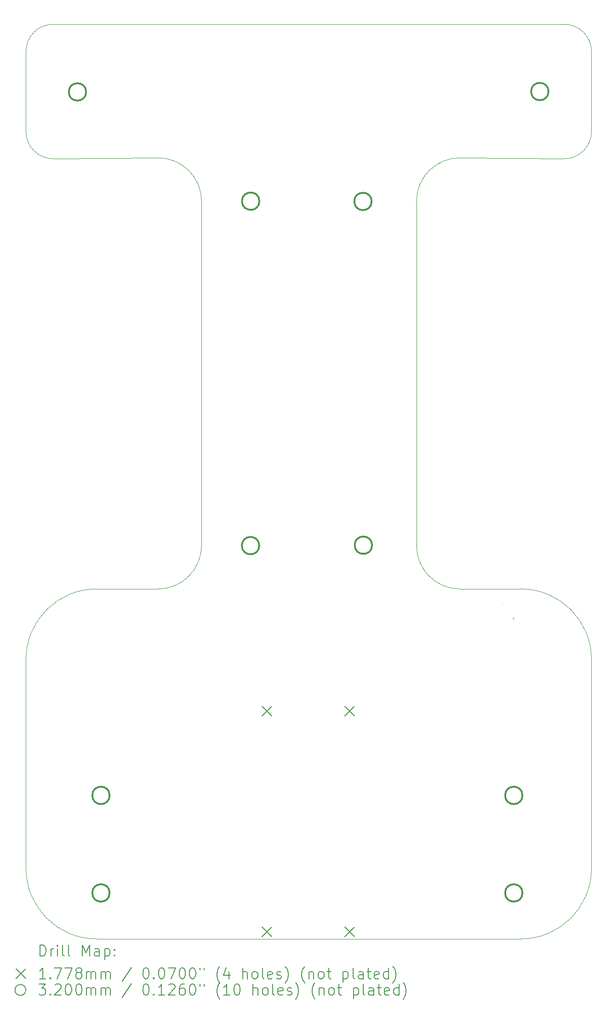
<source format=gbr>
%TF.GenerationSoftware,KiCad,Pcbnew,7.0.7*%
%TF.CreationDate,2024-02-04T10:16:06+08:00*%
%TF.ProjectId,lekirbot,6c656b69-7262-46f7-942e-6b696361645f,rev?*%
%TF.SameCoordinates,Original*%
%TF.FileFunction,Drillmap*%
%TF.FilePolarity,Positive*%
%FSLAX45Y45*%
G04 Gerber Fmt 4.5, Leading zero omitted, Abs format (unit mm)*
G04 Created by KiCad (PCBNEW 7.0.7) date 2024-02-04 10:16:06*
%MOMM*%
%LPD*%
G01*
G04 APERTURE LIST*
%ADD10C,0.050000*%
%ADD11C,0.200000*%
%ADD12C,0.177800*%
%ADD13C,0.320000*%
G04 APERTURE END LIST*
D10*
X6477036Y-5137404D02*
G75*
G03*
X5670344Y-4337432I-799996J4D01*
G01*
X5677040Y-12275800D02*
X4543620Y-12275800D01*
X13657580Y-13575800D02*
X13657580Y-17419800D01*
X3243620Y-17419800D02*
G75*
G03*
X4543620Y-18719800I1300000J0D01*
G01*
X12235220Y-12824440D02*
G75*
G03*
X12235220Y-12824440I-12700J0D01*
G01*
X3743580Y-1879600D02*
X13157580Y-1879600D01*
X12357580Y-18719800D02*
X4543620Y-18719800D01*
X13657580Y-2379600D02*
G75*
G03*
X13157580Y-1879600I-500000J0D01*
G01*
X3743580Y-1879600D02*
G75*
G03*
X3243580Y-2379600I0J-500000D01*
G01*
X13657580Y-13575800D02*
G75*
G03*
X12357580Y-12275800I-1300000J0D01*
G01*
X10434360Y-11475800D02*
X10434360Y-5137430D01*
X4543620Y-12275800D02*
G75*
G03*
X3243620Y-13575800I0J-1300000D01*
G01*
X12357580Y-18719800D02*
G75*
G03*
X13657580Y-17419800I0J1300000D01*
G01*
X10434360Y-11475800D02*
G75*
G03*
X11234360Y-12275800I800000J0D01*
G01*
X13657580Y-2379600D02*
X13657580Y-3853560D01*
X3243580Y-3853560D02*
X3243580Y-2379600D01*
X12019320Y-12560280D02*
G75*
G03*
X12019320Y-12560280I0J0D01*
G01*
X3743580Y-4353560D02*
X5670344Y-4337432D01*
X11241081Y-4337458D02*
G75*
G03*
X10434360Y-5137430I-6721J-799972D01*
G01*
X5677040Y-12275800D02*
G75*
G03*
X6477040Y-11475800I0J800000D01*
G01*
X11241081Y-4337458D02*
X13157580Y-4353560D01*
X6477040Y-11475800D02*
X6477040Y-5137404D01*
X13157580Y-4353560D02*
G75*
G03*
X13657580Y-3853560I0J500000D01*
G01*
X3243580Y-3853560D02*
G75*
G03*
X3743580Y-4353560I500000J0D01*
G01*
X12357580Y-12275800D02*
X11234360Y-12275800D01*
X3243620Y-17419800D02*
X3243620Y-13575800D01*
D11*
D12*
X7592100Y-14439900D02*
X7769900Y-14617700D01*
X7769900Y-14439900D02*
X7592100Y-14617700D01*
X7592100Y-18503900D02*
X7769900Y-18681700D01*
X7769900Y-18503900D02*
X7592100Y-18681700D01*
X9116100Y-14439900D02*
X9293900Y-14617700D01*
X9293900Y-14439900D02*
X9116100Y-14617700D01*
X9116100Y-18503900D02*
X9293900Y-18681700D01*
X9293900Y-18503900D02*
X9116100Y-18681700D01*
D13*
X4351040Y-3124180D02*
G75*
G03*
X4351040Y-3124180I-160000J0D01*
G01*
X4784070Y-16077680D02*
G75*
G03*
X4784070Y-16077680I-160000J0D01*
G01*
X4784070Y-17873460D02*
G75*
G03*
X4784070Y-17873460I-160000J0D01*
G01*
X7538740Y-11478240D02*
G75*
G03*
X7538740Y-11478240I-160000J0D01*
G01*
X7541280Y-5135860D02*
G75*
G03*
X7541280Y-5135860I-160000J0D01*
G01*
X9608840Y-5140940D02*
G75*
G03*
X9608840Y-5140940I-160000J0D01*
G01*
X9616460Y-11470620D02*
G75*
G03*
X9616460Y-11470620I-160000J0D01*
G01*
X12386290Y-16077680D02*
G75*
G03*
X12386290Y-16077680I-160000J0D01*
G01*
X12386290Y-17873460D02*
G75*
G03*
X12386290Y-17873460I-160000J0D01*
G01*
X12865120Y-3116560D02*
G75*
G03*
X12865120Y-3116560I-160000J0D01*
G01*
D11*
X3501857Y-19033784D02*
X3501857Y-18833784D01*
X3501857Y-18833784D02*
X3549476Y-18833784D01*
X3549476Y-18833784D02*
X3578047Y-18843308D01*
X3578047Y-18843308D02*
X3597095Y-18862355D01*
X3597095Y-18862355D02*
X3606619Y-18881403D01*
X3606619Y-18881403D02*
X3616142Y-18919498D01*
X3616142Y-18919498D02*
X3616142Y-18948070D01*
X3616142Y-18948070D02*
X3606619Y-18986165D01*
X3606619Y-18986165D02*
X3597095Y-19005212D01*
X3597095Y-19005212D02*
X3578047Y-19024260D01*
X3578047Y-19024260D02*
X3549476Y-19033784D01*
X3549476Y-19033784D02*
X3501857Y-19033784D01*
X3701857Y-19033784D02*
X3701857Y-18900450D01*
X3701857Y-18938546D02*
X3711381Y-18919498D01*
X3711381Y-18919498D02*
X3720904Y-18909974D01*
X3720904Y-18909974D02*
X3739952Y-18900450D01*
X3739952Y-18900450D02*
X3759000Y-18900450D01*
X3825666Y-19033784D02*
X3825666Y-18900450D01*
X3825666Y-18833784D02*
X3816142Y-18843308D01*
X3816142Y-18843308D02*
X3825666Y-18852831D01*
X3825666Y-18852831D02*
X3835190Y-18843308D01*
X3835190Y-18843308D02*
X3825666Y-18833784D01*
X3825666Y-18833784D02*
X3825666Y-18852831D01*
X3949476Y-19033784D02*
X3930428Y-19024260D01*
X3930428Y-19024260D02*
X3920904Y-19005212D01*
X3920904Y-19005212D02*
X3920904Y-18833784D01*
X4054238Y-19033784D02*
X4035190Y-19024260D01*
X4035190Y-19024260D02*
X4025666Y-19005212D01*
X4025666Y-19005212D02*
X4025666Y-18833784D01*
X4282809Y-19033784D02*
X4282809Y-18833784D01*
X4282809Y-18833784D02*
X4349476Y-18976641D01*
X4349476Y-18976641D02*
X4416143Y-18833784D01*
X4416143Y-18833784D02*
X4416143Y-19033784D01*
X4597095Y-19033784D02*
X4597095Y-18929022D01*
X4597095Y-18929022D02*
X4587571Y-18909974D01*
X4587571Y-18909974D02*
X4568524Y-18900450D01*
X4568524Y-18900450D02*
X4530428Y-18900450D01*
X4530428Y-18900450D02*
X4511381Y-18909974D01*
X4597095Y-19024260D02*
X4578047Y-19033784D01*
X4578047Y-19033784D02*
X4530428Y-19033784D01*
X4530428Y-19033784D02*
X4511381Y-19024260D01*
X4511381Y-19024260D02*
X4501857Y-19005212D01*
X4501857Y-19005212D02*
X4501857Y-18986165D01*
X4501857Y-18986165D02*
X4511381Y-18967117D01*
X4511381Y-18967117D02*
X4530428Y-18957593D01*
X4530428Y-18957593D02*
X4578047Y-18957593D01*
X4578047Y-18957593D02*
X4597095Y-18948070D01*
X4692333Y-18900450D02*
X4692333Y-19100450D01*
X4692333Y-18909974D02*
X4711381Y-18900450D01*
X4711381Y-18900450D02*
X4749476Y-18900450D01*
X4749476Y-18900450D02*
X4768524Y-18909974D01*
X4768524Y-18909974D02*
X4778047Y-18919498D01*
X4778047Y-18919498D02*
X4787571Y-18938546D01*
X4787571Y-18938546D02*
X4787571Y-18995689D01*
X4787571Y-18995689D02*
X4778047Y-19014736D01*
X4778047Y-19014736D02*
X4768524Y-19024260D01*
X4768524Y-19024260D02*
X4749476Y-19033784D01*
X4749476Y-19033784D02*
X4711381Y-19033784D01*
X4711381Y-19033784D02*
X4692333Y-19024260D01*
X4873285Y-19014736D02*
X4882809Y-19024260D01*
X4882809Y-19024260D02*
X4873285Y-19033784D01*
X4873285Y-19033784D02*
X4863762Y-19024260D01*
X4863762Y-19024260D02*
X4873285Y-19014736D01*
X4873285Y-19014736D02*
X4873285Y-19033784D01*
X4873285Y-18909974D02*
X4882809Y-18919498D01*
X4882809Y-18919498D02*
X4873285Y-18929022D01*
X4873285Y-18929022D02*
X4863762Y-18919498D01*
X4863762Y-18919498D02*
X4873285Y-18909974D01*
X4873285Y-18909974D02*
X4873285Y-18929022D01*
D12*
X3063280Y-19273400D02*
X3241080Y-19451200D01*
X3241080Y-19273400D02*
X3063280Y-19451200D01*
D11*
X3606619Y-19453784D02*
X3492333Y-19453784D01*
X3549476Y-19453784D02*
X3549476Y-19253784D01*
X3549476Y-19253784D02*
X3530428Y-19282355D01*
X3530428Y-19282355D02*
X3511381Y-19301403D01*
X3511381Y-19301403D02*
X3492333Y-19310927D01*
X3692333Y-19434736D02*
X3701857Y-19444260D01*
X3701857Y-19444260D02*
X3692333Y-19453784D01*
X3692333Y-19453784D02*
X3682809Y-19444260D01*
X3682809Y-19444260D02*
X3692333Y-19434736D01*
X3692333Y-19434736D02*
X3692333Y-19453784D01*
X3768523Y-19253784D02*
X3901857Y-19253784D01*
X3901857Y-19253784D02*
X3816142Y-19453784D01*
X3959000Y-19253784D02*
X4092333Y-19253784D01*
X4092333Y-19253784D02*
X4006619Y-19453784D01*
X4197095Y-19339498D02*
X4178047Y-19329974D01*
X4178047Y-19329974D02*
X4168523Y-19320450D01*
X4168523Y-19320450D02*
X4159000Y-19301403D01*
X4159000Y-19301403D02*
X4159000Y-19291879D01*
X4159000Y-19291879D02*
X4168523Y-19272831D01*
X4168523Y-19272831D02*
X4178047Y-19263308D01*
X4178047Y-19263308D02*
X4197095Y-19253784D01*
X4197095Y-19253784D02*
X4235190Y-19253784D01*
X4235190Y-19253784D02*
X4254238Y-19263308D01*
X4254238Y-19263308D02*
X4263762Y-19272831D01*
X4263762Y-19272831D02*
X4273285Y-19291879D01*
X4273285Y-19291879D02*
X4273285Y-19301403D01*
X4273285Y-19301403D02*
X4263762Y-19320450D01*
X4263762Y-19320450D02*
X4254238Y-19329974D01*
X4254238Y-19329974D02*
X4235190Y-19339498D01*
X4235190Y-19339498D02*
X4197095Y-19339498D01*
X4197095Y-19339498D02*
X4178047Y-19349022D01*
X4178047Y-19349022D02*
X4168523Y-19358546D01*
X4168523Y-19358546D02*
X4159000Y-19377593D01*
X4159000Y-19377593D02*
X4159000Y-19415689D01*
X4159000Y-19415689D02*
X4168523Y-19434736D01*
X4168523Y-19434736D02*
X4178047Y-19444260D01*
X4178047Y-19444260D02*
X4197095Y-19453784D01*
X4197095Y-19453784D02*
X4235190Y-19453784D01*
X4235190Y-19453784D02*
X4254238Y-19444260D01*
X4254238Y-19444260D02*
X4263762Y-19434736D01*
X4263762Y-19434736D02*
X4273285Y-19415689D01*
X4273285Y-19415689D02*
X4273285Y-19377593D01*
X4273285Y-19377593D02*
X4263762Y-19358546D01*
X4263762Y-19358546D02*
X4254238Y-19349022D01*
X4254238Y-19349022D02*
X4235190Y-19339498D01*
X4359000Y-19453784D02*
X4359000Y-19320450D01*
X4359000Y-19339498D02*
X4368524Y-19329974D01*
X4368524Y-19329974D02*
X4387571Y-19320450D01*
X4387571Y-19320450D02*
X4416143Y-19320450D01*
X4416143Y-19320450D02*
X4435190Y-19329974D01*
X4435190Y-19329974D02*
X4444714Y-19349022D01*
X4444714Y-19349022D02*
X4444714Y-19453784D01*
X4444714Y-19349022D02*
X4454238Y-19329974D01*
X4454238Y-19329974D02*
X4473285Y-19320450D01*
X4473285Y-19320450D02*
X4501857Y-19320450D01*
X4501857Y-19320450D02*
X4520905Y-19329974D01*
X4520905Y-19329974D02*
X4530428Y-19349022D01*
X4530428Y-19349022D02*
X4530428Y-19453784D01*
X4625666Y-19453784D02*
X4625666Y-19320450D01*
X4625666Y-19339498D02*
X4635190Y-19329974D01*
X4635190Y-19329974D02*
X4654238Y-19320450D01*
X4654238Y-19320450D02*
X4682809Y-19320450D01*
X4682809Y-19320450D02*
X4701857Y-19329974D01*
X4701857Y-19329974D02*
X4711381Y-19349022D01*
X4711381Y-19349022D02*
X4711381Y-19453784D01*
X4711381Y-19349022D02*
X4720905Y-19329974D01*
X4720905Y-19329974D02*
X4739952Y-19320450D01*
X4739952Y-19320450D02*
X4768524Y-19320450D01*
X4768524Y-19320450D02*
X4787571Y-19329974D01*
X4787571Y-19329974D02*
X4797095Y-19349022D01*
X4797095Y-19349022D02*
X4797095Y-19453784D01*
X5187571Y-19244260D02*
X5016143Y-19501403D01*
X5444714Y-19253784D02*
X5463762Y-19253784D01*
X5463762Y-19253784D02*
X5482809Y-19263308D01*
X5482809Y-19263308D02*
X5492333Y-19272831D01*
X5492333Y-19272831D02*
X5501857Y-19291879D01*
X5501857Y-19291879D02*
X5511381Y-19329974D01*
X5511381Y-19329974D02*
X5511381Y-19377593D01*
X5511381Y-19377593D02*
X5501857Y-19415689D01*
X5501857Y-19415689D02*
X5492333Y-19434736D01*
X5492333Y-19434736D02*
X5482809Y-19444260D01*
X5482809Y-19444260D02*
X5463762Y-19453784D01*
X5463762Y-19453784D02*
X5444714Y-19453784D01*
X5444714Y-19453784D02*
X5425667Y-19444260D01*
X5425667Y-19444260D02*
X5416143Y-19434736D01*
X5416143Y-19434736D02*
X5406619Y-19415689D01*
X5406619Y-19415689D02*
X5397095Y-19377593D01*
X5397095Y-19377593D02*
X5397095Y-19329974D01*
X5397095Y-19329974D02*
X5406619Y-19291879D01*
X5406619Y-19291879D02*
X5416143Y-19272831D01*
X5416143Y-19272831D02*
X5425667Y-19263308D01*
X5425667Y-19263308D02*
X5444714Y-19253784D01*
X5597095Y-19434736D02*
X5606619Y-19444260D01*
X5606619Y-19444260D02*
X5597095Y-19453784D01*
X5597095Y-19453784D02*
X5587571Y-19444260D01*
X5587571Y-19444260D02*
X5597095Y-19434736D01*
X5597095Y-19434736D02*
X5597095Y-19453784D01*
X5730428Y-19253784D02*
X5749476Y-19253784D01*
X5749476Y-19253784D02*
X5768524Y-19263308D01*
X5768524Y-19263308D02*
X5778047Y-19272831D01*
X5778047Y-19272831D02*
X5787571Y-19291879D01*
X5787571Y-19291879D02*
X5797095Y-19329974D01*
X5797095Y-19329974D02*
X5797095Y-19377593D01*
X5797095Y-19377593D02*
X5787571Y-19415689D01*
X5787571Y-19415689D02*
X5778047Y-19434736D01*
X5778047Y-19434736D02*
X5768524Y-19444260D01*
X5768524Y-19444260D02*
X5749476Y-19453784D01*
X5749476Y-19453784D02*
X5730428Y-19453784D01*
X5730428Y-19453784D02*
X5711381Y-19444260D01*
X5711381Y-19444260D02*
X5701857Y-19434736D01*
X5701857Y-19434736D02*
X5692333Y-19415689D01*
X5692333Y-19415689D02*
X5682809Y-19377593D01*
X5682809Y-19377593D02*
X5682809Y-19329974D01*
X5682809Y-19329974D02*
X5692333Y-19291879D01*
X5692333Y-19291879D02*
X5701857Y-19272831D01*
X5701857Y-19272831D02*
X5711381Y-19263308D01*
X5711381Y-19263308D02*
X5730428Y-19253784D01*
X5863762Y-19253784D02*
X5997095Y-19253784D01*
X5997095Y-19253784D02*
X5911381Y-19453784D01*
X6111381Y-19253784D02*
X6130428Y-19253784D01*
X6130428Y-19253784D02*
X6149476Y-19263308D01*
X6149476Y-19263308D02*
X6159000Y-19272831D01*
X6159000Y-19272831D02*
X6168524Y-19291879D01*
X6168524Y-19291879D02*
X6178047Y-19329974D01*
X6178047Y-19329974D02*
X6178047Y-19377593D01*
X6178047Y-19377593D02*
X6168524Y-19415689D01*
X6168524Y-19415689D02*
X6159000Y-19434736D01*
X6159000Y-19434736D02*
X6149476Y-19444260D01*
X6149476Y-19444260D02*
X6130428Y-19453784D01*
X6130428Y-19453784D02*
X6111381Y-19453784D01*
X6111381Y-19453784D02*
X6092333Y-19444260D01*
X6092333Y-19444260D02*
X6082809Y-19434736D01*
X6082809Y-19434736D02*
X6073286Y-19415689D01*
X6073286Y-19415689D02*
X6063762Y-19377593D01*
X6063762Y-19377593D02*
X6063762Y-19329974D01*
X6063762Y-19329974D02*
X6073286Y-19291879D01*
X6073286Y-19291879D02*
X6082809Y-19272831D01*
X6082809Y-19272831D02*
X6092333Y-19263308D01*
X6092333Y-19263308D02*
X6111381Y-19253784D01*
X6301857Y-19253784D02*
X6320905Y-19253784D01*
X6320905Y-19253784D02*
X6339952Y-19263308D01*
X6339952Y-19263308D02*
X6349476Y-19272831D01*
X6349476Y-19272831D02*
X6359000Y-19291879D01*
X6359000Y-19291879D02*
X6368524Y-19329974D01*
X6368524Y-19329974D02*
X6368524Y-19377593D01*
X6368524Y-19377593D02*
X6359000Y-19415689D01*
X6359000Y-19415689D02*
X6349476Y-19434736D01*
X6349476Y-19434736D02*
X6339952Y-19444260D01*
X6339952Y-19444260D02*
X6320905Y-19453784D01*
X6320905Y-19453784D02*
X6301857Y-19453784D01*
X6301857Y-19453784D02*
X6282809Y-19444260D01*
X6282809Y-19444260D02*
X6273286Y-19434736D01*
X6273286Y-19434736D02*
X6263762Y-19415689D01*
X6263762Y-19415689D02*
X6254238Y-19377593D01*
X6254238Y-19377593D02*
X6254238Y-19329974D01*
X6254238Y-19329974D02*
X6263762Y-19291879D01*
X6263762Y-19291879D02*
X6273286Y-19272831D01*
X6273286Y-19272831D02*
X6282809Y-19263308D01*
X6282809Y-19263308D02*
X6301857Y-19253784D01*
X6444714Y-19253784D02*
X6444714Y-19291879D01*
X6520905Y-19253784D02*
X6520905Y-19291879D01*
X6816143Y-19529974D02*
X6806619Y-19520450D01*
X6806619Y-19520450D02*
X6787571Y-19491879D01*
X6787571Y-19491879D02*
X6778048Y-19472831D01*
X6778048Y-19472831D02*
X6768524Y-19444260D01*
X6768524Y-19444260D02*
X6759000Y-19396641D01*
X6759000Y-19396641D02*
X6759000Y-19358546D01*
X6759000Y-19358546D02*
X6768524Y-19310927D01*
X6768524Y-19310927D02*
X6778048Y-19282355D01*
X6778048Y-19282355D02*
X6787571Y-19263308D01*
X6787571Y-19263308D02*
X6806619Y-19234736D01*
X6806619Y-19234736D02*
X6816143Y-19225212D01*
X6978048Y-19320450D02*
X6978048Y-19453784D01*
X6930428Y-19244260D02*
X6882809Y-19387117D01*
X6882809Y-19387117D02*
X7006619Y-19387117D01*
X7235190Y-19453784D02*
X7235190Y-19253784D01*
X7320905Y-19453784D02*
X7320905Y-19349022D01*
X7320905Y-19349022D02*
X7311381Y-19329974D01*
X7311381Y-19329974D02*
X7292333Y-19320450D01*
X7292333Y-19320450D02*
X7263762Y-19320450D01*
X7263762Y-19320450D02*
X7244714Y-19329974D01*
X7244714Y-19329974D02*
X7235190Y-19339498D01*
X7444714Y-19453784D02*
X7425667Y-19444260D01*
X7425667Y-19444260D02*
X7416143Y-19434736D01*
X7416143Y-19434736D02*
X7406619Y-19415689D01*
X7406619Y-19415689D02*
X7406619Y-19358546D01*
X7406619Y-19358546D02*
X7416143Y-19339498D01*
X7416143Y-19339498D02*
X7425667Y-19329974D01*
X7425667Y-19329974D02*
X7444714Y-19320450D01*
X7444714Y-19320450D02*
X7473286Y-19320450D01*
X7473286Y-19320450D02*
X7492333Y-19329974D01*
X7492333Y-19329974D02*
X7501857Y-19339498D01*
X7501857Y-19339498D02*
X7511381Y-19358546D01*
X7511381Y-19358546D02*
X7511381Y-19415689D01*
X7511381Y-19415689D02*
X7501857Y-19434736D01*
X7501857Y-19434736D02*
X7492333Y-19444260D01*
X7492333Y-19444260D02*
X7473286Y-19453784D01*
X7473286Y-19453784D02*
X7444714Y-19453784D01*
X7625667Y-19453784D02*
X7606619Y-19444260D01*
X7606619Y-19444260D02*
X7597095Y-19425212D01*
X7597095Y-19425212D02*
X7597095Y-19253784D01*
X7778048Y-19444260D02*
X7759000Y-19453784D01*
X7759000Y-19453784D02*
X7720905Y-19453784D01*
X7720905Y-19453784D02*
X7701857Y-19444260D01*
X7701857Y-19444260D02*
X7692333Y-19425212D01*
X7692333Y-19425212D02*
X7692333Y-19349022D01*
X7692333Y-19349022D02*
X7701857Y-19329974D01*
X7701857Y-19329974D02*
X7720905Y-19320450D01*
X7720905Y-19320450D02*
X7759000Y-19320450D01*
X7759000Y-19320450D02*
X7778048Y-19329974D01*
X7778048Y-19329974D02*
X7787571Y-19349022D01*
X7787571Y-19349022D02*
X7787571Y-19368070D01*
X7787571Y-19368070D02*
X7692333Y-19387117D01*
X7863762Y-19444260D02*
X7882810Y-19453784D01*
X7882810Y-19453784D02*
X7920905Y-19453784D01*
X7920905Y-19453784D02*
X7939952Y-19444260D01*
X7939952Y-19444260D02*
X7949476Y-19425212D01*
X7949476Y-19425212D02*
X7949476Y-19415689D01*
X7949476Y-19415689D02*
X7939952Y-19396641D01*
X7939952Y-19396641D02*
X7920905Y-19387117D01*
X7920905Y-19387117D02*
X7892333Y-19387117D01*
X7892333Y-19387117D02*
X7873286Y-19377593D01*
X7873286Y-19377593D02*
X7863762Y-19358546D01*
X7863762Y-19358546D02*
X7863762Y-19349022D01*
X7863762Y-19349022D02*
X7873286Y-19329974D01*
X7873286Y-19329974D02*
X7892333Y-19320450D01*
X7892333Y-19320450D02*
X7920905Y-19320450D01*
X7920905Y-19320450D02*
X7939952Y-19329974D01*
X8016143Y-19529974D02*
X8025667Y-19520450D01*
X8025667Y-19520450D02*
X8044714Y-19491879D01*
X8044714Y-19491879D02*
X8054238Y-19472831D01*
X8054238Y-19472831D02*
X8063762Y-19444260D01*
X8063762Y-19444260D02*
X8073286Y-19396641D01*
X8073286Y-19396641D02*
X8073286Y-19358546D01*
X8073286Y-19358546D02*
X8063762Y-19310927D01*
X8063762Y-19310927D02*
X8054238Y-19282355D01*
X8054238Y-19282355D02*
X8044714Y-19263308D01*
X8044714Y-19263308D02*
X8025667Y-19234736D01*
X8025667Y-19234736D02*
X8016143Y-19225212D01*
X8378048Y-19529974D02*
X8368524Y-19520450D01*
X8368524Y-19520450D02*
X8349476Y-19491879D01*
X8349476Y-19491879D02*
X8339952Y-19472831D01*
X8339952Y-19472831D02*
X8330429Y-19444260D01*
X8330429Y-19444260D02*
X8320905Y-19396641D01*
X8320905Y-19396641D02*
X8320905Y-19358546D01*
X8320905Y-19358546D02*
X8330429Y-19310927D01*
X8330429Y-19310927D02*
X8339952Y-19282355D01*
X8339952Y-19282355D02*
X8349476Y-19263308D01*
X8349476Y-19263308D02*
X8368524Y-19234736D01*
X8368524Y-19234736D02*
X8378048Y-19225212D01*
X8454238Y-19320450D02*
X8454238Y-19453784D01*
X8454238Y-19339498D02*
X8463762Y-19329974D01*
X8463762Y-19329974D02*
X8482810Y-19320450D01*
X8482810Y-19320450D02*
X8511381Y-19320450D01*
X8511381Y-19320450D02*
X8530429Y-19329974D01*
X8530429Y-19329974D02*
X8539953Y-19349022D01*
X8539953Y-19349022D02*
X8539953Y-19453784D01*
X8663762Y-19453784D02*
X8644714Y-19444260D01*
X8644714Y-19444260D02*
X8635191Y-19434736D01*
X8635191Y-19434736D02*
X8625667Y-19415689D01*
X8625667Y-19415689D02*
X8625667Y-19358546D01*
X8625667Y-19358546D02*
X8635191Y-19339498D01*
X8635191Y-19339498D02*
X8644714Y-19329974D01*
X8644714Y-19329974D02*
X8663762Y-19320450D01*
X8663762Y-19320450D02*
X8692334Y-19320450D01*
X8692334Y-19320450D02*
X8711381Y-19329974D01*
X8711381Y-19329974D02*
X8720905Y-19339498D01*
X8720905Y-19339498D02*
X8730429Y-19358546D01*
X8730429Y-19358546D02*
X8730429Y-19415689D01*
X8730429Y-19415689D02*
X8720905Y-19434736D01*
X8720905Y-19434736D02*
X8711381Y-19444260D01*
X8711381Y-19444260D02*
X8692334Y-19453784D01*
X8692334Y-19453784D02*
X8663762Y-19453784D01*
X8787572Y-19320450D02*
X8863762Y-19320450D01*
X8816143Y-19253784D02*
X8816143Y-19425212D01*
X8816143Y-19425212D02*
X8825667Y-19444260D01*
X8825667Y-19444260D02*
X8844714Y-19453784D01*
X8844714Y-19453784D02*
X8863762Y-19453784D01*
X9082810Y-19320450D02*
X9082810Y-19520450D01*
X9082810Y-19329974D02*
X9101857Y-19320450D01*
X9101857Y-19320450D02*
X9139953Y-19320450D01*
X9139953Y-19320450D02*
X9159000Y-19329974D01*
X9159000Y-19329974D02*
X9168524Y-19339498D01*
X9168524Y-19339498D02*
X9178048Y-19358546D01*
X9178048Y-19358546D02*
X9178048Y-19415689D01*
X9178048Y-19415689D02*
X9168524Y-19434736D01*
X9168524Y-19434736D02*
X9159000Y-19444260D01*
X9159000Y-19444260D02*
X9139953Y-19453784D01*
X9139953Y-19453784D02*
X9101857Y-19453784D01*
X9101857Y-19453784D02*
X9082810Y-19444260D01*
X9292334Y-19453784D02*
X9273286Y-19444260D01*
X9273286Y-19444260D02*
X9263762Y-19425212D01*
X9263762Y-19425212D02*
X9263762Y-19253784D01*
X9454238Y-19453784D02*
X9454238Y-19349022D01*
X9454238Y-19349022D02*
X9444715Y-19329974D01*
X9444715Y-19329974D02*
X9425667Y-19320450D01*
X9425667Y-19320450D02*
X9387572Y-19320450D01*
X9387572Y-19320450D02*
X9368524Y-19329974D01*
X9454238Y-19444260D02*
X9435191Y-19453784D01*
X9435191Y-19453784D02*
X9387572Y-19453784D01*
X9387572Y-19453784D02*
X9368524Y-19444260D01*
X9368524Y-19444260D02*
X9359000Y-19425212D01*
X9359000Y-19425212D02*
X9359000Y-19406165D01*
X9359000Y-19406165D02*
X9368524Y-19387117D01*
X9368524Y-19387117D02*
X9387572Y-19377593D01*
X9387572Y-19377593D02*
X9435191Y-19377593D01*
X9435191Y-19377593D02*
X9454238Y-19368070D01*
X9520905Y-19320450D02*
X9597095Y-19320450D01*
X9549476Y-19253784D02*
X9549476Y-19425212D01*
X9549476Y-19425212D02*
X9559000Y-19444260D01*
X9559000Y-19444260D02*
X9578048Y-19453784D01*
X9578048Y-19453784D02*
X9597095Y-19453784D01*
X9739953Y-19444260D02*
X9720905Y-19453784D01*
X9720905Y-19453784D02*
X9682810Y-19453784D01*
X9682810Y-19453784D02*
X9663762Y-19444260D01*
X9663762Y-19444260D02*
X9654238Y-19425212D01*
X9654238Y-19425212D02*
X9654238Y-19349022D01*
X9654238Y-19349022D02*
X9663762Y-19329974D01*
X9663762Y-19329974D02*
X9682810Y-19320450D01*
X9682810Y-19320450D02*
X9720905Y-19320450D01*
X9720905Y-19320450D02*
X9739953Y-19329974D01*
X9739953Y-19329974D02*
X9749476Y-19349022D01*
X9749476Y-19349022D02*
X9749476Y-19368070D01*
X9749476Y-19368070D02*
X9654238Y-19387117D01*
X9920905Y-19453784D02*
X9920905Y-19253784D01*
X9920905Y-19444260D02*
X9901857Y-19453784D01*
X9901857Y-19453784D02*
X9863762Y-19453784D01*
X9863762Y-19453784D02*
X9844715Y-19444260D01*
X9844715Y-19444260D02*
X9835191Y-19434736D01*
X9835191Y-19434736D02*
X9825667Y-19415689D01*
X9825667Y-19415689D02*
X9825667Y-19358546D01*
X9825667Y-19358546D02*
X9835191Y-19339498D01*
X9835191Y-19339498D02*
X9844715Y-19329974D01*
X9844715Y-19329974D02*
X9863762Y-19320450D01*
X9863762Y-19320450D02*
X9901857Y-19320450D01*
X9901857Y-19320450D02*
X9920905Y-19329974D01*
X9997096Y-19529974D02*
X10006619Y-19520450D01*
X10006619Y-19520450D02*
X10025667Y-19491879D01*
X10025667Y-19491879D02*
X10035191Y-19472831D01*
X10035191Y-19472831D02*
X10044715Y-19444260D01*
X10044715Y-19444260D02*
X10054238Y-19396641D01*
X10054238Y-19396641D02*
X10054238Y-19358546D01*
X10054238Y-19358546D02*
X10044715Y-19310927D01*
X10044715Y-19310927D02*
X10035191Y-19282355D01*
X10035191Y-19282355D02*
X10025667Y-19263308D01*
X10025667Y-19263308D02*
X10006619Y-19234736D01*
X10006619Y-19234736D02*
X9997096Y-19225212D01*
X3241080Y-19660100D02*
G75*
G03*
X3241080Y-19660100I-100000J0D01*
G01*
X3482809Y-19551584D02*
X3606619Y-19551584D01*
X3606619Y-19551584D02*
X3539952Y-19627774D01*
X3539952Y-19627774D02*
X3568523Y-19627774D01*
X3568523Y-19627774D02*
X3587571Y-19637298D01*
X3587571Y-19637298D02*
X3597095Y-19646822D01*
X3597095Y-19646822D02*
X3606619Y-19665870D01*
X3606619Y-19665870D02*
X3606619Y-19713489D01*
X3606619Y-19713489D02*
X3597095Y-19732536D01*
X3597095Y-19732536D02*
X3587571Y-19742060D01*
X3587571Y-19742060D02*
X3568523Y-19751584D01*
X3568523Y-19751584D02*
X3511381Y-19751584D01*
X3511381Y-19751584D02*
X3492333Y-19742060D01*
X3492333Y-19742060D02*
X3482809Y-19732536D01*
X3692333Y-19732536D02*
X3701857Y-19742060D01*
X3701857Y-19742060D02*
X3692333Y-19751584D01*
X3692333Y-19751584D02*
X3682809Y-19742060D01*
X3682809Y-19742060D02*
X3692333Y-19732536D01*
X3692333Y-19732536D02*
X3692333Y-19751584D01*
X3778047Y-19570631D02*
X3787571Y-19561108D01*
X3787571Y-19561108D02*
X3806619Y-19551584D01*
X3806619Y-19551584D02*
X3854238Y-19551584D01*
X3854238Y-19551584D02*
X3873285Y-19561108D01*
X3873285Y-19561108D02*
X3882809Y-19570631D01*
X3882809Y-19570631D02*
X3892333Y-19589679D01*
X3892333Y-19589679D02*
X3892333Y-19608727D01*
X3892333Y-19608727D02*
X3882809Y-19637298D01*
X3882809Y-19637298D02*
X3768523Y-19751584D01*
X3768523Y-19751584D02*
X3892333Y-19751584D01*
X4016142Y-19551584D02*
X4035190Y-19551584D01*
X4035190Y-19551584D02*
X4054238Y-19561108D01*
X4054238Y-19561108D02*
X4063762Y-19570631D01*
X4063762Y-19570631D02*
X4073285Y-19589679D01*
X4073285Y-19589679D02*
X4082809Y-19627774D01*
X4082809Y-19627774D02*
X4082809Y-19675393D01*
X4082809Y-19675393D02*
X4073285Y-19713489D01*
X4073285Y-19713489D02*
X4063762Y-19732536D01*
X4063762Y-19732536D02*
X4054238Y-19742060D01*
X4054238Y-19742060D02*
X4035190Y-19751584D01*
X4035190Y-19751584D02*
X4016142Y-19751584D01*
X4016142Y-19751584D02*
X3997095Y-19742060D01*
X3997095Y-19742060D02*
X3987571Y-19732536D01*
X3987571Y-19732536D02*
X3978047Y-19713489D01*
X3978047Y-19713489D02*
X3968523Y-19675393D01*
X3968523Y-19675393D02*
X3968523Y-19627774D01*
X3968523Y-19627774D02*
X3978047Y-19589679D01*
X3978047Y-19589679D02*
X3987571Y-19570631D01*
X3987571Y-19570631D02*
X3997095Y-19561108D01*
X3997095Y-19561108D02*
X4016142Y-19551584D01*
X4206619Y-19551584D02*
X4225666Y-19551584D01*
X4225666Y-19551584D02*
X4244714Y-19561108D01*
X4244714Y-19561108D02*
X4254238Y-19570631D01*
X4254238Y-19570631D02*
X4263762Y-19589679D01*
X4263762Y-19589679D02*
X4273285Y-19627774D01*
X4273285Y-19627774D02*
X4273285Y-19675393D01*
X4273285Y-19675393D02*
X4263762Y-19713489D01*
X4263762Y-19713489D02*
X4254238Y-19732536D01*
X4254238Y-19732536D02*
X4244714Y-19742060D01*
X4244714Y-19742060D02*
X4225666Y-19751584D01*
X4225666Y-19751584D02*
X4206619Y-19751584D01*
X4206619Y-19751584D02*
X4187571Y-19742060D01*
X4187571Y-19742060D02*
X4178047Y-19732536D01*
X4178047Y-19732536D02*
X4168523Y-19713489D01*
X4168523Y-19713489D02*
X4159000Y-19675393D01*
X4159000Y-19675393D02*
X4159000Y-19627774D01*
X4159000Y-19627774D02*
X4168523Y-19589679D01*
X4168523Y-19589679D02*
X4178047Y-19570631D01*
X4178047Y-19570631D02*
X4187571Y-19561108D01*
X4187571Y-19561108D02*
X4206619Y-19551584D01*
X4359000Y-19751584D02*
X4359000Y-19618250D01*
X4359000Y-19637298D02*
X4368524Y-19627774D01*
X4368524Y-19627774D02*
X4387571Y-19618250D01*
X4387571Y-19618250D02*
X4416143Y-19618250D01*
X4416143Y-19618250D02*
X4435190Y-19627774D01*
X4435190Y-19627774D02*
X4444714Y-19646822D01*
X4444714Y-19646822D02*
X4444714Y-19751584D01*
X4444714Y-19646822D02*
X4454238Y-19627774D01*
X4454238Y-19627774D02*
X4473285Y-19618250D01*
X4473285Y-19618250D02*
X4501857Y-19618250D01*
X4501857Y-19618250D02*
X4520905Y-19627774D01*
X4520905Y-19627774D02*
X4530428Y-19646822D01*
X4530428Y-19646822D02*
X4530428Y-19751584D01*
X4625666Y-19751584D02*
X4625666Y-19618250D01*
X4625666Y-19637298D02*
X4635190Y-19627774D01*
X4635190Y-19627774D02*
X4654238Y-19618250D01*
X4654238Y-19618250D02*
X4682809Y-19618250D01*
X4682809Y-19618250D02*
X4701857Y-19627774D01*
X4701857Y-19627774D02*
X4711381Y-19646822D01*
X4711381Y-19646822D02*
X4711381Y-19751584D01*
X4711381Y-19646822D02*
X4720905Y-19627774D01*
X4720905Y-19627774D02*
X4739952Y-19618250D01*
X4739952Y-19618250D02*
X4768524Y-19618250D01*
X4768524Y-19618250D02*
X4787571Y-19627774D01*
X4787571Y-19627774D02*
X4797095Y-19646822D01*
X4797095Y-19646822D02*
X4797095Y-19751584D01*
X5187571Y-19542060D02*
X5016143Y-19799203D01*
X5444714Y-19551584D02*
X5463762Y-19551584D01*
X5463762Y-19551584D02*
X5482809Y-19561108D01*
X5482809Y-19561108D02*
X5492333Y-19570631D01*
X5492333Y-19570631D02*
X5501857Y-19589679D01*
X5501857Y-19589679D02*
X5511381Y-19627774D01*
X5511381Y-19627774D02*
X5511381Y-19675393D01*
X5511381Y-19675393D02*
X5501857Y-19713489D01*
X5501857Y-19713489D02*
X5492333Y-19732536D01*
X5492333Y-19732536D02*
X5482809Y-19742060D01*
X5482809Y-19742060D02*
X5463762Y-19751584D01*
X5463762Y-19751584D02*
X5444714Y-19751584D01*
X5444714Y-19751584D02*
X5425667Y-19742060D01*
X5425667Y-19742060D02*
X5416143Y-19732536D01*
X5416143Y-19732536D02*
X5406619Y-19713489D01*
X5406619Y-19713489D02*
X5397095Y-19675393D01*
X5397095Y-19675393D02*
X5397095Y-19627774D01*
X5397095Y-19627774D02*
X5406619Y-19589679D01*
X5406619Y-19589679D02*
X5416143Y-19570631D01*
X5416143Y-19570631D02*
X5425667Y-19561108D01*
X5425667Y-19561108D02*
X5444714Y-19551584D01*
X5597095Y-19732536D02*
X5606619Y-19742060D01*
X5606619Y-19742060D02*
X5597095Y-19751584D01*
X5597095Y-19751584D02*
X5587571Y-19742060D01*
X5587571Y-19742060D02*
X5597095Y-19732536D01*
X5597095Y-19732536D02*
X5597095Y-19751584D01*
X5797095Y-19751584D02*
X5682809Y-19751584D01*
X5739952Y-19751584D02*
X5739952Y-19551584D01*
X5739952Y-19551584D02*
X5720905Y-19580155D01*
X5720905Y-19580155D02*
X5701857Y-19599203D01*
X5701857Y-19599203D02*
X5682809Y-19608727D01*
X5873286Y-19570631D02*
X5882809Y-19561108D01*
X5882809Y-19561108D02*
X5901857Y-19551584D01*
X5901857Y-19551584D02*
X5949476Y-19551584D01*
X5949476Y-19551584D02*
X5968524Y-19561108D01*
X5968524Y-19561108D02*
X5978047Y-19570631D01*
X5978047Y-19570631D02*
X5987571Y-19589679D01*
X5987571Y-19589679D02*
X5987571Y-19608727D01*
X5987571Y-19608727D02*
X5978047Y-19637298D01*
X5978047Y-19637298D02*
X5863762Y-19751584D01*
X5863762Y-19751584D02*
X5987571Y-19751584D01*
X6159000Y-19551584D02*
X6120905Y-19551584D01*
X6120905Y-19551584D02*
X6101857Y-19561108D01*
X6101857Y-19561108D02*
X6092333Y-19570631D01*
X6092333Y-19570631D02*
X6073286Y-19599203D01*
X6073286Y-19599203D02*
X6063762Y-19637298D01*
X6063762Y-19637298D02*
X6063762Y-19713489D01*
X6063762Y-19713489D02*
X6073286Y-19732536D01*
X6073286Y-19732536D02*
X6082809Y-19742060D01*
X6082809Y-19742060D02*
X6101857Y-19751584D01*
X6101857Y-19751584D02*
X6139952Y-19751584D01*
X6139952Y-19751584D02*
X6159000Y-19742060D01*
X6159000Y-19742060D02*
X6168524Y-19732536D01*
X6168524Y-19732536D02*
X6178047Y-19713489D01*
X6178047Y-19713489D02*
X6178047Y-19665870D01*
X6178047Y-19665870D02*
X6168524Y-19646822D01*
X6168524Y-19646822D02*
X6159000Y-19637298D01*
X6159000Y-19637298D02*
X6139952Y-19627774D01*
X6139952Y-19627774D02*
X6101857Y-19627774D01*
X6101857Y-19627774D02*
X6082809Y-19637298D01*
X6082809Y-19637298D02*
X6073286Y-19646822D01*
X6073286Y-19646822D02*
X6063762Y-19665870D01*
X6301857Y-19551584D02*
X6320905Y-19551584D01*
X6320905Y-19551584D02*
X6339952Y-19561108D01*
X6339952Y-19561108D02*
X6349476Y-19570631D01*
X6349476Y-19570631D02*
X6359000Y-19589679D01*
X6359000Y-19589679D02*
X6368524Y-19627774D01*
X6368524Y-19627774D02*
X6368524Y-19675393D01*
X6368524Y-19675393D02*
X6359000Y-19713489D01*
X6359000Y-19713489D02*
X6349476Y-19732536D01*
X6349476Y-19732536D02*
X6339952Y-19742060D01*
X6339952Y-19742060D02*
X6320905Y-19751584D01*
X6320905Y-19751584D02*
X6301857Y-19751584D01*
X6301857Y-19751584D02*
X6282809Y-19742060D01*
X6282809Y-19742060D02*
X6273286Y-19732536D01*
X6273286Y-19732536D02*
X6263762Y-19713489D01*
X6263762Y-19713489D02*
X6254238Y-19675393D01*
X6254238Y-19675393D02*
X6254238Y-19627774D01*
X6254238Y-19627774D02*
X6263762Y-19589679D01*
X6263762Y-19589679D02*
X6273286Y-19570631D01*
X6273286Y-19570631D02*
X6282809Y-19561108D01*
X6282809Y-19561108D02*
X6301857Y-19551584D01*
X6444714Y-19551584D02*
X6444714Y-19589679D01*
X6520905Y-19551584D02*
X6520905Y-19589679D01*
X6816143Y-19827774D02*
X6806619Y-19818250D01*
X6806619Y-19818250D02*
X6787571Y-19789679D01*
X6787571Y-19789679D02*
X6778048Y-19770631D01*
X6778048Y-19770631D02*
X6768524Y-19742060D01*
X6768524Y-19742060D02*
X6759000Y-19694441D01*
X6759000Y-19694441D02*
X6759000Y-19656346D01*
X6759000Y-19656346D02*
X6768524Y-19608727D01*
X6768524Y-19608727D02*
X6778048Y-19580155D01*
X6778048Y-19580155D02*
X6787571Y-19561108D01*
X6787571Y-19561108D02*
X6806619Y-19532536D01*
X6806619Y-19532536D02*
X6816143Y-19523012D01*
X6997095Y-19751584D02*
X6882809Y-19751584D01*
X6939952Y-19751584D02*
X6939952Y-19551584D01*
X6939952Y-19551584D02*
X6920905Y-19580155D01*
X6920905Y-19580155D02*
X6901857Y-19599203D01*
X6901857Y-19599203D02*
X6882809Y-19608727D01*
X7120905Y-19551584D02*
X7139952Y-19551584D01*
X7139952Y-19551584D02*
X7159000Y-19561108D01*
X7159000Y-19561108D02*
X7168524Y-19570631D01*
X7168524Y-19570631D02*
X7178048Y-19589679D01*
X7178048Y-19589679D02*
X7187571Y-19627774D01*
X7187571Y-19627774D02*
X7187571Y-19675393D01*
X7187571Y-19675393D02*
X7178048Y-19713489D01*
X7178048Y-19713489D02*
X7168524Y-19732536D01*
X7168524Y-19732536D02*
X7159000Y-19742060D01*
X7159000Y-19742060D02*
X7139952Y-19751584D01*
X7139952Y-19751584D02*
X7120905Y-19751584D01*
X7120905Y-19751584D02*
X7101857Y-19742060D01*
X7101857Y-19742060D02*
X7092333Y-19732536D01*
X7092333Y-19732536D02*
X7082809Y-19713489D01*
X7082809Y-19713489D02*
X7073286Y-19675393D01*
X7073286Y-19675393D02*
X7073286Y-19627774D01*
X7073286Y-19627774D02*
X7082809Y-19589679D01*
X7082809Y-19589679D02*
X7092333Y-19570631D01*
X7092333Y-19570631D02*
X7101857Y-19561108D01*
X7101857Y-19561108D02*
X7120905Y-19551584D01*
X7425667Y-19751584D02*
X7425667Y-19551584D01*
X7511381Y-19751584D02*
X7511381Y-19646822D01*
X7511381Y-19646822D02*
X7501857Y-19627774D01*
X7501857Y-19627774D02*
X7482810Y-19618250D01*
X7482810Y-19618250D02*
X7454238Y-19618250D01*
X7454238Y-19618250D02*
X7435190Y-19627774D01*
X7435190Y-19627774D02*
X7425667Y-19637298D01*
X7635190Y-19751584D02*
X7616143Y-19742060D01*
X7616143Y-19742060D02*
X7606619Y-19732536D01*
X7606619Y-19732536D02*
X7597095Y-19713489D01*
X7597095Y-19713489D02*
X7597095Y-19656346D01*
X7597095Y-19656346D02*
X7606619Y-19637298D01*
X7606619Y-19637298D02*
X7616143Y-19627774D01*
X7616143Y-19627774D02*
X7635190Y-19618250D01*
X7635190Y-19618250D02*
X7663762Y-19618250D01*
X7663762Y-19618250D02*
X7682810Y-19627774D01*
X7682810Y-19627774D02*
X7692333Y-19637298D01*
X7692333Y-19637298D02*
X7701857Y-19656346D01*
X7701857Y-19656346D02*
X7701857Y-19713489D01*
X7701857Y-19713489D02*
X7692333Y-19732536D01*
X7692333Y-19732536D02*
X7682810Y-19742060D01*
X7682810Y-19742060D02*
X7663762Y-19751584D01*
X7663762Y-19751584D02*
X7635190Y-19751584D01*
X7816143Y-19751584D02*
X7797095Y-19742060D01*
X7797095Y-19742060D02*
X7787571Y-19723012D01*
X7787571Y-19723012D02*
X7787571Y-19551584D01*
X7968524Y-19742060D02*
X7949476Y-19751584D01*
X7949476Y-19751584D02*
X7911381Y-19751584D01*
X7911381Y-19751584D02*
X7892333Y-19742060D01*
X7892333Y-19742060D02*
X7882810Y-19723012D01*
X7882810Y-19723012D02*
X7882810Y-19646822D01*
X7882810Y-19646822D02*
X7892333Y-19627774D01*
X7892333Y-19627774D02*
X7911381Y-19618250D01*
X7911381Y-19618250D02*
X7949476Y-19618250D01*
X7949476Y-19618250D02*
X7968524Y-19627774D01*
X7968524Y-19627774D02*
X7978048Y-19646822D01*
X7978048Y-19646822D02*
X7978048Y-19665870D01*
X7978048Y-19665870D02*
X7882810Y-19684917D01*
X8054238Y-19742060D02*
X8073286Y-19751584D01*
X8073286Y-19751584D02*
X8111381Y-19751584D01*
X8111381Y-19751584D02*
X8130429Y-19742060D01*
X8130429Y-19742060D02*
X8139952Y-19723012D01*
X8139952Y-19723012D02*
X8139952Y-19713489D01*
X8139952Y-19713489D02*
X8130429Y-19694441D01*
X8130429Y-19694441D02*
X8111381Y-19684917D01*
X8111381Y-19684917D02*
X8082810Y-19684917D01*
X8082810Y-19684917D02*
X8063762Y-19675393D01*
X8063762Y-19675393D02*
X8054238Y-19656346D01*
X8054238Y-19656346D02*
X8054238Y-19646822D01*
X8054238Y-19646822D02*
X8063762Y-19627774D01*
X8063762Y-19627774D02*
X8082810Y-19618250D01*
X8082810Y-19618250D02*
X8111381Y-19618250D01*
X8111381Y-19618250D02*
X8130429Y-19627774D01*
X8206619Y-19827774D02*
X8216143Y-19818250D01*
X8216143Y-19818250D02*
X8235191Y-19789679D01*
X8235191Y-19789679D02*
X8244714Y-19770631D01*
X8244714Y-19770631D02*
X8254238Y-19742060D01*
X8254238Y-19742060D02*
X8263762Y-19694441D01*
X8263762Y-19694441D02*
X8263762Y-19656346D01*
X8263762Y-19656346D02*
X8254238Y-19608727D01*
X8254238Y-19608727D02*
X8244714Y-19580155D01*
X8244714Y-19580155D02*
X8235191Y-19561108D01*
X8235191Y-19561108D02*
X8216143Y-19532536D01*
X8216143Y-19532536D02*
X8206619Y-19523012D01*
X8568524Y-19827774D02*
X8559000Y-19818250D01*
X8559000Y-19818250D02*
X8539953Y-19789679D01*
X8539953Y-19789679D02*
X8530429Y-19770631D01*
X8530429Y-19770631D02*
X8520905Y-19742060D01*
X8520905Y-19742060D02*
X8511381Y-19694441D01*
X8511381Y-19694441D02*
X8511381Y-19656346D01*
X8511381Y-19656346D02*
X8520905Y-19608727D01*
X8520905Y-19608727D02*
X8530429Y-19580155D01*
X8530429Y-19580155D02*
X8539953Y-19561108D01*
X8539953Y-19561108D02*
X8559000Y-19532536D01*
X8559000Y-19532536D02*
X8568524Y-19523012D01*
X8644714Y-19618250D02*
X8644714Y-19751584D01*
X8644714Y-19637298D02*
X8654238Y-19627774D01*
X8654238Y-19627774D02*
X8673286Y-19618250D01*
X8673286Y-19618250D02*
X8701857Y-19618250D01*
X8701857Y-19618250D02*
X8720905Y-19627774D01*
X8720905Y-19627774D02*
X8730429Y-19646822D01*
X8730429Y-19646822D02*
X8730429Y-19751584D01*
X8854238Y-19751584D02*
X8835191Y-19742060D01*
X8835191Y-19742060D02*
X8825667Y-19732536D01*
X8825667Y-19732536D02*
X8816143Y-19713489D01*
X8816143Y-19713489D02*
X8816143Y-19656346D01*
X8816143Y-19656346D02*
X8825667Y-19637298D01*
X8825667Y-19637298D02*
X8835191Y-19627774D01*
X8835191Y-19627774D02*
X8854238Y-19618250D01*
X8854238Y-19618250D02*
X8882810Y-19618250D01*
X8882810Y-19618250D02*
X8901857Y-19627774D01*
X8901857Y-19627774D02*
X8911381Y-19637298D01*
X8911381Y-19637298D02*
X8920905Y-19656346D01*
X8920905Y-19656346D02*
X8920905Y-19713489D01*
X8920905Y-19713489D02*
X8911381Y-19732536D01*
X8911381Y-19732536D02*
X8901857Y-19742060D01*
X8901857Y-19742060D02*
X8882810Y-19751584D01*
X8882810Y-19751584D02*
X8854238Y-19751584D01*
X8978048Y-19618250D02*
X9054238Y-19618250D01*
X9006619Y-19551584D02*
X9006619Y-19723012D01*
X9006619Y-19723012D02*
X9016143Y-19742060D01*
X9016143Y-19742060D02*
X9035191Y-19751584D01*
X9035191Y-19751584D02*
X9054238Y-19751584D01*
X9273286Y-19618250D02*
X9273286Y-19818250D01*
X9273286Y-19627774D02*
X9292334Y-19618250D01*
X9292334Y-19618250D02*
X9330429Y-19618250D01*
X9330429Y-19618250D02*
X9349476Y-19627774D01*
X9349476Y-19627774D02*
X9359000Y-19637298D01*
X9359000Y-19637298D02*
X9368524Y-19656346D01*
X9368524Y-19656346D02*
X9368524Y-19713489D01*
X9368524Y-19713489D02*
X9359000Y-19732536D01*
X9359000Y-19732536D02*
X9349476Y-19742060D01*
X9349476Y-19742060D02*
X9330429Y-19751584D01*
X9330429Y-19751584D02*
X9292334Y-19751584D01*
X9292334Y-19751584D02*
X9273286Y-19742060D01*
X9482810Y-19751584D02*
X9463762Y-19742060D01*
X9463762Y-19742060D02*
X9454238Y-19723012D01*
X9454238Y-19723012D02*
X9454238Y-19551584D01*
X9644715Y-19751584D02*
X9644715Y-19646822D01*
X9644715Y-19646822D02*
X9635191Y-19627774D01*
X9635191Y-19627774D02*
X9616143Y-19618250D01*
X9616143Y-19618250D02*
X9578048Y-19618250D01*
X9578048Y-19618250D02*
X9559000Y-19627774D01*
X9644715Y-19742060D02*
X9625667Y-19751584D01*
X9625667Y-19751584D02*
X9578048Y-19751584D01*
X9578048Y-19751584D02*
X9559000Y-19742060D01*
X9559000Y-19742060D02*
X9549476Y-19723012D01*
X9549476Y-19723012D02*
X9549476Y-19703965D01*
X9549476Y-19703965D02*
X9559000Y-19684917D01*
X9559000Y-19684917D02*
X9578048Y-19675393D01*
X9578048Y-19675393D02*
X9625667Y-19675393D01*
X9625667Y-19675393D02*
X9644715Y-19665870D01*
X9711381Y-19618250D02*
X9787572Y-19618250D01*
X9739953Y-19551584D02*
X9739953Y-19723012D01*
X9739953Y-19723012D02*
X9749476Y-19742060D01*
X9749476Y-19742060D02*
X9768524Y-19751584D01*
X9768524Y-19751584D02*
X9787572Y-19751584D01*
X9930429Y-19742060D02*
X9911381Y-19751584D01*
X9911381Y-19751584D02*
X9873286Y-19751584D01*
X9873286Y-19751584D02*
X9854238Y-19742060D01*
X9854238Y-19742060D02*
X9844715Y-19723012D01*
X9844715Y-19723012D02*
X9844715Y-19646822D01*
X9844715Y-19646822D02*
X9854238Y-19627774D01*
X9854238Y-19627774D02*
X9873286Y-19618250D01*
X9873286Y-19618250D02*
X9911381Y-19618250D01*
X9911381Y-19618250D02*
X9930429Y-19627774D01*
X9930429Y-19627774D02*
X9939953Y-19646822D01*
X9939953Y-19646822D02*
X9939953Y-19665870D01*
X9939953Y-19665870D02*
X9844715Y-19684917D01*
X10111381Y-19751584D02*
X10111381Y-19551584D01*
X10111381Y-19742060D02*
X10092334Y-19751584D01*
X10092334Y-19751584D02*
X10054238Y-19751584D01*
X10054238Y-19751584D02*
X10035191Y-19742060D01*
X10035191Y-19742060D02*
X10025667Y-19732536D01*
X10025667Y-19732536D02*
X10016143Y-19713489D01*
X10016143Y-19713489D02*
X10016143Y-19656346D01*
X10016143Y-19656346D02*
X10025667Y-19637298D01*
X10025667Y-19637298D02*
X10035191Y-19627774D01*
X10035191Y-19627774D02*
X10054238Y-19618250D01*
X10054238Y-19618250D02*
X10092334Y-19618250D01*
X10092334Y-19618250D02*
X10111381Y-19627774D01*
X10187572Y-19827774D02*
X10197096Y-19818250D01*
X10197096Y-19818250D02*
X10216143Y-19789679D01*
X10216143Y-19789679D02*
X10225667Y-19770631D01*
X10225667Y-19770631D02*
X10235191Y-19742060D01*
X10235191Y-19742060D02*
X10244715Y-19694441D01*
X10244715Y-19694441D02*
X10244715Y-19656346D01*
X10244715Y-19656346D02*
X10235191Y-19608727D01*
X10235191Y-19608727D02*
X10225667Y-19580155D01*
X10225667Y-19580155D02*
X10216143Y-19561108D01*
X10216143Y-19561108D02*
X10197096Y-19532536D01*
X10197096Y-19532536D02*
X10187572Y-19523012D01*
M02*

</source>
